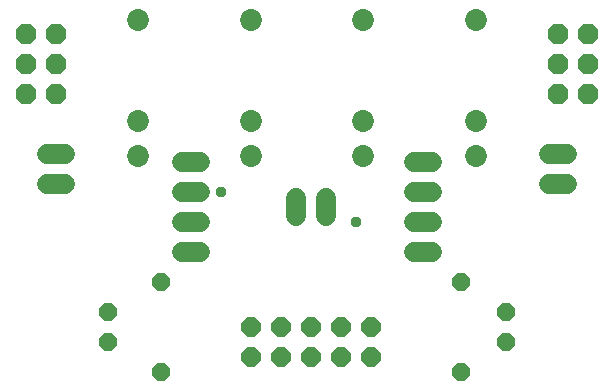
<source format=gbr>
G04 EAGLE Gerber RS-274X export*
G75*
%MOMM*%
%FSLAX34Y34*%
%LPD*%
%INSoldermask Top*%
%IPPOS*%
%AMOC8*
5,1,8,0,0,1.08239X$1,22.5*%
G01*
%ADD10P,1.649562X8X292.500000*%
%ADD11P,1.759533X8X22.500000*%
%ADD12P,1.649562X8X112.500000*%
%ADD13C,1.727200*%
%ADD14C,1.853200*%
%ADD15P,1.869504X8X292.500000*%
%ADD16C,0.959600*%


D10*
X431800Y69850D03*
X431800Y44450D03*
X95250Y69850D03*
X95250Y44450D03*
D11*
X215900Y31750D03*
X215900Y57150D03*
X241300Y31750D03*
X241300Y57150D03*
X266700Y31750D03*
X266700Y57150D03*
X292100Y31750D03*
X292100Y57150D03*
X317500Y31750D03*
X317500Y57150D03*
D10*
X393700Y95250D03*
X393700Y19050D03*
D12*
X139700Y19050D03*
X139700Y95250D03*
D13*
X354330Y120650D02*
X369570Y120650D01*
X369570Y146050D02*
X354330Y146050D01*
X354330Y171450D02*
X369570Y171450D01*
X369570Y196850D02*
X354330Y196850D01*
X468630Y203200D02*
X483870Y203200D01*
X483870Y177800D02*
X468630Y177800D01*
X58420Y203200D02*
X43180Y203200D01*
X43180Y177800D02*
X58420Y177800D01*
X157480Y120650D02*
X172720Y120650D01*
X172720Y146050D02*
X157480Y146050D01*
X157480Y171450D02*
X172720Y171450D01*
X172720Y196850D02*
X157480Y196850D01*
D14*
X120650Y316700D03*
X120650Y231700D03*
X120650Y201700D03*
X215900Y316700D03*
X215900Y231700D03*
X215900Y201700D03*
X311150Y316700D03*
X311150Y231700D03*
X311150Y201700D03*
X406400Y316700D03*
X406400Y231700D03*
X406400Y201700D03*
D13*
X254000Y166370D02*
X254000Y151130D01*
X279400Y151130D02*
X279400Y166370D01*
D15*
X476250Y304800D03*
X501650Y304800D03*
X476250Y279400D03*
X501650Y279400D03*
X476250Y254000D03*
X501650Y254000D03*
X25400Y304800D03*
X50800Y304800D03*
X25400Y279400D03*
X50800Y279400D03*
X25400Y254000D03*
X50800Y254000D03*
D16*
X304800Y146050D03*
X190500Y171450D03*
M02*

</source>
